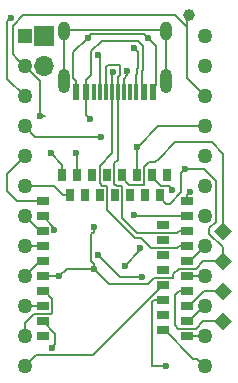
<source format=gbr>
G04 #@! TF.GenerationSoftware,KiCad,Pcbnew,(5.1.10)-1*
G04 #@! TF.CreationDate,2021-09-27T22:25:22-06:00*
G04 #@! TF.ProjectId,BlueMicro833_vddh,426c7565-4d69-4637-926f-3833335f7664,rev?*
G04 #@! TF.SameCoordinates,Original*
G04 #@! TF.FileFunction,Copper,L2,Bot*
G04 #@! TF.FilePolarity,Positive*
%FSLAX46Y46*%
G04 Gerber Fmt 4.6, Leading zero omitted, Abs format (unit mm)*
G04 Created by KiCad (PCBNEW (5.1.10)-1) date 2021-09-27 22:25:22*
%MOMM*%
%LPD*%
G01*
G04 APERTURE LIST*
G04 #@! TA.AperFunction,ComponentPad*
%ADD10C,1.270000*%
G04 #@! TD*
G04 #@! TA.AperFunction,ComponentPad*
%ADD11R,1.250000X1.250000*%
G04 #@! TD*
G04 #@! TA.AperFunction,SMDPad,CuDef*
%ADD12R,0.600000X1.450000*%
G04 #@! TD*
G04 #@! TA.AperFunction,SMDPad,CuDef*
%ADD13R,0.300000X1.450000*%
G04 #@! TD*
G04 #@! TA.AperFunction,ComponentPad*
%ADD14O,1.000000X2.100000*%
G04 #@! TD*
G04 #@! TA.AperFunction,ComponentPad*
%ADD15O,1.000000X1.600000*%
G04 #@! TD*
G04 #@! TA.AperFunction,ComponentPad*
%ADD16R,1.000000X0.650000*%
G04 #@! TD*
G04 #@! TA.AperFunction,SMDPad,CuDef*
%ADD17R,1.000000X0.650000*%
G04 #@! TD*
G04 #@! TA.AperFunction,SMDPad,CuDef*
%ADD18R,0.650000X1.000000*%
G04 #@! TD*
G04 #@! TA.AperFunction,ComponentPad*
%ADD19R,0.650000X1.000000*%
G04 #@! TD*
G04 #@! TA.AperFunction,SMDPad,CuDef*
%ADD20C,1.000000*%
G04 #@! TD*
G04 #@! TA.AperFunction,ComponentPad*
%ADD21C,0.100000*%
G04 #@! TD*
G04 #@! TA.AperFunction,ComponentPad*
%ADD22R,1.700000X1.700000*%
G04 #@! TD*
G04 #@! TA.AperFunction,ComponentPad*
%ADD23O,1.700000X1.700000*%
G04 #@! TD*
G04 #@! TA.AperFunction,ViaPad*
%ADD24C,0.600000*%
G04 #@! TD*
G04 #@! TA.AperFunction,Conductor*
%ADD25C,0.200000*%
G04 #@! TD*
G04 APERTURE END LIST*
D10*
X111421533Y-112352775D03*
X111421533Y-114892775D03*
X111421533Y-117432775D03*
X111421533Y-119972775D03*
X111421533Y-122512775D03*
X111421533Y-125052775D03*
X111421533Y-127592775D03*
X111421533Y-130132775D03*
X111421533Y-132672775D03*
X111421533Y-135212775D03*
X111421533Y-137752775D03*
X111421533Y-140292775D03*
X96181533Y-140292775D03*
X96181533Y-137752775D03*
X96181533Y-135212775D03*
X96181533Y-132672775D03*
X96181533Y-130132775D03*
X96181533Y-127592775D03*
X96181533Y-125052775D03*
X96181533Y-122512775D03*
X96181533Y-119972775D03*
X96181533Y-117432775D03*
X96181533Y-114892775D03*
D11*
X96181533Y-112352775D03*
D12*
X107051533Y-117032775D03*
X106251533Y-117032775D03*
X101351533Y-117032775D03*
X100551533Y-117032775D03*
X100551533Y-117032775D03*
X101351533Y-117032775D03*
X106251533Y-117032775D03*
X107051533Y-117032775D03*
D13*
X102051533Y-117032775D03*
X102551533Y-117032775D03*
X103051533Y-117032775D03*
X104051533Y-117032775D03*
X104551533Y-117032775D03*
X105051533Y-117032775D03*
X105551533Y-117032775D03*
X103551533Y-117032775D03*
D14*
X108121533Y-116117775D03*
X99481533Y-116117775D03*
D15*
X99481533Y-111937775D03*
X108121533Y-111937775D03*
D16*
X107842533Y-128354775D03*
D17*
X97682533Y-126322775D03*
X97682533Y-127592775D03*
X97682533Y-128862775D03*
X97682533Y-130132775D03*
X97682533Y-131402775D03*
X97682533Y-132672775D03*
X97682533Y-133942775D03*
X97682533Y-135212775D03*
X97682533Y-136482775D03*
X97682533Y-137752775D03*
X109920533Y-130132775D03*
X109920533Y-137752775D03*
X109920533Y-131402775D03*
X109920533Y-136482775D03*
X109920533Y-135212775D03*
X109920533Y-133942775D03*
X109920533Y-128862775D03*
X109920533Y-132672775D03*
X109920533Y-127592775D03*
X109920533Y-126322775D03*
D18*
X106951533Y-124103775D03*
X99331533Y-124103775D03*
X105681533Y-124103775D03*
X100601533Y-124103775D03*
X101871533Y-124103775D03*
X103141533Y-124103775D03*
X108221533Y-124103775D03*
X104411533Y-124103775D03*
D16*
X107842533Y-129624775D03*
X107842533Y-130894775D03*
X107842533Y-132164775D03*
X107842533Y-133434775D03*
X107842533Y-134704775D03*
X107842533Y-135974775D03*
X107842533Y-137244775D03*
D19*
X101238533Y-125814775D03*
X99968533Y-125814775D03*
X105048533Y-125814775D03*
X102508533Y-125814775D03*
X106318533Y-125814775D03*
X107588533Y-125814775D03*
X103778533Y-125814775D03*
D20*
X110049933Y-110523975D03*
G04 #@! TA.AperFunction,ComponentPad*
D21*
G36*
X112945533Y-134720592D02*
G01*
X112167716Y-133942775D01*
X112945533Y-133164958D01*
X113723350Y-133942775D01*
X112945533Y-134720592D01*
G37*
G04 #@! TD.AperFunction*
G04 #@! TA.AperFunction,ComponentPad*
G36*
X112945533Y-137260592D02*
G01*
X112167716Y-136482775D01*
X112945533Y-135704958D01*
X113723350Y-136482775D01*
X112945533Y-137260592D01*
G37*
G04 #@! TD.AperFunction*
G04 #@! TA.AperFunction,ComponentPad*
G36*
X112945533Y-129640592D02*
G01*
X112167716Y-128862775D01*
X112945533Y-128084958D01*
X113723350Y-128862775D01*
X112945533Y-129640592D01*
G37*
G04 #@! TD.AperFunction*
G04 #@! TA.AperFunction,ComponentPad*
G36*
X112945533Y-132180592D02*
G01*
X112167716Y-131402775D01*
X112945533Y-130624958D01*
X113723350Y-131402775D01*
X112945533Y-132180592D01*
G37*
G04 #@! TD.AperFunction*
D22*
X97832533Y-112352775D03*
D23*
X97832533Y-114892775D03*
D24*
X99102533Y-132672775D03*
X102023533Y-132037775D03*
X102023533Y-128481775D03*
X109743368Y-123578871D03*
X97451533Y-119083783D03*
X106595533Y-112479775D03*
X101490033Y-112479775D03*
X105681133Y-121699975D03*
X98360533Y-122258775D03*
X110143659Y-125563928D03*
X94995261Y-110785503D03*
X98682535Y-128735775D03*
X105452533Y-127465775D03*
X106140797Y-132693776D03*
X102404533Y-130894775D03*
X101677523Y-119337775D03*
X100499533Y-122258775D03*
X103668321Y-115340385D03*
X104868333Y-115299185D03*
X104631709Y-131761480D03*
X105960533Y-130259775D03*
X108170333Y-140241975D03*
X98467533Y-138727565D03*
X102411236Y-113903629D03*
X105449352Y-113343552D03*
X108671263Y-125360061D03*
X102658535Y-120861775D03*
D25*
X97682533Y-132672775D02*
X99102533Y-132672775D01*
X99737533Y-132037775D02*
X99102533Y-132672775D01*
X102023533Y-132037775D02*
X99737533Y-132037775D01*
X102023533Y-131613511D02*
X102023533Y-132037775D01*
X101804532Y-131394510D02*
X102023533Y-131613511D01*
X101804532Y-129125040D02*
X101804532Y-131394510D01*
X102023533Y-128906039D02*
X101804532Y-129125040D01*
X102023533Y-128481775D02*
X102023533Y-128906039D01*
X110167632Y-123578871D02*
X109743368Y-123578871D01*
X111331431Y-123578871D02*
X110167632Y-123578871D01*
X112945533Y-130196275D02*
X111802533Y-129053275D01*
X111802533Y-129053275D02*
X111802533Y-128595577D01*
X111802533Y-128595577D02*
X112356534Y-128041576D01*
X112356534Y-128041576D02*
X112356534Y-124603974D01*
X112945533Y-131402775D02*
X112945533Y-130196275D01*
X112356534Y-124603974D02*
X111331431Y-123578871D01*
X96181533Y-114892775D02*
X97451533Y-116162775D01*
X97451533Y-116162775D02*
X97451533Y-118659519D01*
X97875797Y-119083783D02*
X97451533Y-119083783D01*
X97451533Y-118659519D02*
X97451533Y-119083783D01*
X111421533Y-117432775D02*
X109897533Y-115908775D01*
X109897533Y-115908775D02*
X109897533Y-111590775D01*
X112138426Y-131402775D02*
X112945533Y-131402775D01*
X111285535Y-131402775D02*
X112138426Y-131402775D01*
X110660534Y-132027776D02*
X111285535Y-131402775D01*
X109200530Y-132027776D02*
X110660534Y-132027776D01*
X103293533Y-133307775D02*
X106604531Y-133307775D01*
X102023533Y-132037775D02*
X103293533Y-133307775D01*
X106604531Y-133307775D02*
X107112531Y-132799775D01*
X107112531Y-132799775D02*
X108754533Y-132799775D01*
X108754533Y-132799775D02*
X108754533Y-132473773D01*
X108754533Y-132473773D02*
X109200530Y-132027776D01*
X95546534Y-114257776D02*
X96181533Y-114892775D01*
X95165533Y-113876775D02*
X95546534Y-114257776D01*
X95165533Y-111463775D02*
X95165533Y-113876775D01*
X96181533Y-110574775D02*
X96054533Y-110574775D01*
X96054533Y-110574775D02*
X95165533Y-111463775D01*
X108881533Y-110574775D02*
X96054533Y-110574775D01*
X109897533Y-111590775D02*
X108881533Y-110574775D01*
X109443369Y-125505941D02*
X109443369Y-123878870D01*
X107588533Y-125814775D02*
X107588533Y-125989775D01*
X107588533Y-125989775D02*
X108113533Y-126514775D01*
X109443369Y-123878870D02*
X109743368Y-123578871D01*
X108113533Y-126514775D02*
X108434535Y-126514775D01*
X108434535Y-126514775D02*
X109443369Y-125505941D01*
X107321523Y-113205765D02*
X106595533Y-112479775D01*
X107321523Y-116452785D02*
X107321523Y-113205765D01*
X107051533Y-116722775D02*
X107321523Y-116452785D01*
X107051533Y-117032775D02*
X107051533Y-116722775D01*
X100281543Y-113688265D02*
X101490033Y-112479775D01*
X100281543Y-115882787D02*
X100281543Y-113688265D01*
X100551533Y-116152777D02*
X100281543Y-115882787D01*
X100551533Y-117032775D02*
X100551533Y-116152777D01*
X101790032Y-112179776D02*
X106295534Y-112179776D01*
X106295534Y-112179776D02*
X106595533Y-112479775D01*
X101490033Y-112479775D02*
X101790032Y-112179776D01*
X105681533Y-121700375D02*
X105681133Y-121699975D01*
X105681533Y-124103775D02*
X105681533Y-121700375D01*
X105731933Y-121699975D02*
X105681133Y-121699975D01*
X107459133Y-119972775D02*
X105731933Y-121699975D01*
X111421533Y-119972775D02*
X107459133Y-119972775D01*
X109897533Y-110676375D02*
X110049933Y-110523975D01*
X109897533Y-111590775D02*
X109897533Y-110676375D01*
X99331533Y-123229775D02*
X98360533Y-122258775D01*
X99331533Y-124103775D02*
X99331533Y-123229775D01*
X105036534Y-124903776D02*
X106246534Y-124903776D01*
X104411533Y-124103775D02*
X104411533Y-124278775D01*
X104411533Y-124278775D02*
X105036534Y-124903776D01*
X106246534Y-124903776D02*
X106306534Y-124843776D01*
X106806269Y-123020775D02*
X107230533Y-123020775D01*
X106306534Y-123383772D02*
X106669531Y-123020775D01*
X106306534Y-124843776D02*
X106306534Y-123383772D01*
X107530532Y-122720776D02*
X107230533Y-123020775D01*
X108914834Y-121336474D02*
X107530532Y-122720776D01*
X111986158Y-121336474D02*
X108914834Y-121336474D01*
X112945533Y-122295849D02*
X111986158Y-121336474D01*
X106669531Y-123020775D02*
X106806269Y-123020775D01*
X112945533Y-128862775D02*
X112945533Y-122295849D01*
X111294533Y-136482775D02*
X112945533Y-136482775D01*
X108881533Y-134281775D02*
X108881533Y-136808777D01*
X108881533Y-136808777D02*
X109180532Y-137107776D01*
X109220533Y-133942775D02*
X108881533Y-134281775D01*
X109180532Y-137107776D02*
X110669532Y-137107776D01*
X110669532Y-137107776D02*
X111294533Y-136482775D01*
X109920533Y-133942775D02*
X109220533Y-133942775D01*
X109920533Y-125787054D02*
X110143659Y-125563928D01*
X109920533Y-126322775D02*
X109920533Y-125787054D01*
X94695262Y-111085502D02*
X94995261Y-110785503D01*
X94695262Y-115946504D02*
X94695262Y-111085502D01*
X96181533Y-117432775D02*
X94695262Y-115946504D01*
X96181533Y-130132775D02*
X97682533Y-130132775D01*
X97451533Y-128862775D02*
X97682533Y-128862775D01*
X96181533Y-127592775D02*
X97451533Y-128862775D01*
X94657533Y-124036775D02*
X96181533Y-122512775D01*
X94657533Y-125433775D02*
X94657533Y-124036775D01*
X97682533Y-126322775D02*
X95546533Y-126322775D01*
X95546533Y-126322775D02*
X94657533Y-125433775D01*
X97682533Y-127592775D02*
X98682535Y-128592777D01*
X98682535Y-128592777D02*
X98682535Y-128735775D01*
X109920533Y-137752775D02*
X111421533Y-137752775D01*
X111365533Y-135212775D02*
X111421533Y-135212775D01*
X110095533Y-136482775D02*
X111365533Y-135212775D01*
X109920533Y-136482775D02*
X110095533Y-136482775D01*
X112138426Y-133942775D02*
X112945533Y-133942775D01*
X111365533Y-133942775D02*
X112138426Y-133942775D01*
X109920533Y-135212775D02*
X110095533Y-135212775D01*
X110095533Y-135212775D02*
X111365533Y-133942775D01*
X105579533Y-127592775D02*
X105452533Y-127465775D01*
X109920533Y-127592775D02*
X105579533Y-127592775D01*
X106140797Y-132693776D02*
X104203534Y-132693776D01*
X104203534Y-132693776D02*
X102704532Y-131194774D01*
X102704532Y-131194774D02*
X102404533Y-130894775D01*
X101351533Y-117507775D02*
X101351533Y-116582775D01*
X101351533Y-117507775D02*
X101351533Y-119011785D01*
X101351533Y-119011785D02*
X101377524Y-119037776D01*
X101377524Y-119037776D02*
X101677523Y-119337775D01*
X106153963Y-115200343D02*
X106066532Y-115287774D01*
X101811234Y-115613076D02*
X101811234Y-113615627D01*
X105737354Y-112743550D02*
X106153963Y-113160159D01*
X102683311Y-112743550D02*
X105737354Y-112743550D01*
X106066532Y-116847774D02*
X106251533Y-117032775D01*
X101811234Y-113615627D02*
X102683311Y-112743550D01*
X106066532Y-115287774D02*
X106066532Y-116847774D01*
X106153963Y-113160159D02*
X106153963Y-115200343D01*
X101351533Y-116072777D02*
X101811234Y-115613076D01*
X101351533Y-117032775D02*
X101351533Y-116072777D01*
X100601533Y-122360775D02*
X100499533Y-122258775D01*
X100601533Y-124103775D02*
X100601533Y-122360775D01*
X103551533Y-118432775D02*
X103551533Y-117507775D01*
X103551533Y-122254775D02*
X103551533Y-118432775D01*
X102516532Y-123289776D02*
X103551533Y-122254775D01*
X102747532Y-125014774D02*
X102516532Y-124783774D01*
X103073534Y-125014774D02*
X102747532Y-125014774D01*
X102516532Y-124783774D02*
X102516532Y-123289776D01*
X103133534Y-125074774D02*
X103073534Y-125014774D01*
X103133534Y-127053186D02*
X103133534Y-125074774D01*
X109220533Y-130132775D02*
X109103532Y-130249776D01*
X109920533Y-130132775D02*
X109220533Y-130132775D01*
X109103532Y-130249776D02*
X106839534Y-130249776D01*
X106839534Y-130249776D02*
X106029543Y-129439785D01*
X106029543Y-129439785D02*
X105520133Y-129439785D01*
X105520133Y-129439785D02*
X103133534Y-127053186D01*
X103551533Y-117032775D02*
X103551533Y-115457173D01*
X104551533Y-117032775D02*
X104551533Y-115922503D01*
X104868333Y-115605703D02*
X104868333Y-115299185D01*
X103551533Y-115457173D02*
X103668321Y-115340385D01*
X104551533Y-115922503D02*
X104868333Y-115605703D01*
X109103532Y-128979776D02*
X109220533Y-128862775D01*
X109220533Y-128862775D02*
X109920533Y-128862775D01*
X105706533Y-128979776D02*
X109103532Y-128979776D01*
X105706533Y-128989775D02*
X105706533Y-128979776D01*
X104423532Y-127696775D02*
X105706533Y-128979776D01*
X104423532Y-125094772D02*
X104423532Y-127696775D01*
X103957530Y-125014774D02*
X104343534Y-125014774D01*
X104051533Y-118760771D02*
X104040531Y-118771773D01*
X104051533Y-117507775D02*
X104051533Y-118760771D01*
X104040531Y-118771773D02*
X104040531Y-122782775D01*
X104343534Y-125014774D02*
X104423532Y-125094772D01*
X104040531Y-122782775D02*
X103766534Y-123056772D01*
X103766534Y-123056772D02*
X103766534Y-124823778D01*
X103766534Y-124823778D02*
X103957530Y-125014774D01*
X103051533Y-114931575D02*
X103051533Y-117032775D01*
X103242733Y-114740375D02*
X103051533Y-114931575D01*
X104051533Y-117032775D02*
X104051533Y-115816349D01*
X104251533Y-114740375D02*
X103242733Y-114740375D01*
X104268323Y-114757165D02*
X104251533Y-114740375D01*
X104268323Y-115599559D02*
X104268323Y-114757165D01*
X104051533Y-115816349D02*
X104268323Y-115599559D01*
X110786534Y-139657776D02*
X111421533Y-140292775D01*
X110430534Y-139657776D02*
X110786534Y-139657776D01*
X108017533Y-137244775D02*
X110430534Y-139657776D01*
X107842533Y-137244775D02*
X108017533Y-137244775D01*
X97079558Y-125052775D02*
X96181533Y-125052775D01*
X98681533Y-125052775D02*
X97079558Y-125052775D01*
X99443533Y-125814775D02*
X98681533Y-125052775D01*
X99968533Y-125814775D02*
X99443533Y-125814775D01*
X110786534Y-130767774D02*
X111421533Y-130132775D01*
X110151533Y-131402775D02*
X110786534Y-130767774D01*
X109920533Y-131402775D02*
X110151533Y-131402775D01*
X104631709Y-131761480D02*
X105960533Y-130432656D01*
X105960533Y-130432656D02*
X105960533Y-130259775D01*
X107142533Y-134704775D02*
X106976533Y-134870775D01*
X106976533Y-134870775D02*
X106976533Y-140292775D01*
X107842533Y-134704775D02*
X107142533Y-134704775D01*
X108119533Y-140292775D02*
X108170333Y-140241975D01*
X106976533Y-140292775D02*
X108119533Y-140292775D01*
X111422000Y-132075000D02*
X111422000Y-132673000D01*
X109920533Y-132672775D02*
X111421533Y-132672775D01*
X97682533Y-136482775D02*
X98767532Y-137567774D01*
X98767532Y-137567774D02*
X98767532Y-138427566D01*
X98767532Y-138427566D02*
X98467533Y-138727565D01*
X96182000Y-134615000D02*
X96182000Y-135213000D01*
X96181533Y-135212775D02*
X97682533Y-135212775D01*
X96181533Y-136854750D02*
X96181533Y-137752775D01*
X97857533Y-133942775D02*
X98482534Y-134567776D01*
X98482534Y-134567776D02*
X98482534Y-135777776D01*
X96181533Y-136618773D02*
X96181533Y-136854750D01*
X98482534Y-135777776D02*
X98412535Y-135847775D01*
X97682533Y-133942775D02*
X97857533Y-133942775D01*
X98412535Y-135847775D02*
X96952531Y-135847775D01*
X96952531Y-135847775D02*
X96181533Y-136618773D01*
X99481533Y-116117775D02*
X99481533Y-111937775D01*
X108121533Y-111937775D02*
X108121533Y-116117775D01*
X107963524Y-111779766D02*
X108121533Y-111937775D01*
X99639542Y-111779766D02*
X107963524Y-111779766D01*
X99481533Y-111937775D02*
X99639542Y-111779766D01*
X102551533Y-117032775D02*
X102551533Y-114043926D01*
X102551533Y-114043926D02*
X102411236Y-113903629D01*
X105749351Y-113643551D02*
X105449352Y-113343552D01*
X105551533Y-117032775D02*
X105551533Y-115647384D01*
X105749351Y-115039255D02*
X105749351Y-113643551D01*
X105666521Y-115122085D02*
X105749351Y-115039255D01*
X105551533Y-115647384D02*
X105666521Y-115532396D01*
X105666521Y-115532396D02*
X105666521Y-115122085D01*
X106951533Y-124278775D02*
X107679534Y-125006776D01*
X106951533Y-124103775D02*
X106951533Y-124278775D01*
X108371264Y-125060062D02*
X108671263Y-125360061D01*
X108317978Y-125006776D02*
X108371264Y-125060062D01*
X107679534Y-125006776D02*
X108317978Y-125006776D01*
X96182000Y-119973000D02*
X96516000Y-119639000D01*
X97070533Y-120861775D02*
X102234271Y-120861775D01*
X96181533Y-119972775D02*
X97070533Y-120861775D01*
X102234271Y-120861775D02*
X102658535Y-120861775D01*
X97146733Y-139327575D02*
X101949733Y-139327575D01*
X96181533Y-140292775D02*
X97146733Y-139327575D01*
X101949733Y-139327575D02*
X107842533Y-133434775D01*
X111422000Y-112353000D02*
X111422000Y-112079800D01*
X96385600Y-132469400D02*
X96182000Y-132673000D01*
X97451533Y-131402775D02*
X97682533Y-131402775D01*
X96181533Y-132672775D02*
X97451533Y-131402775D01*
M02*

</source>
